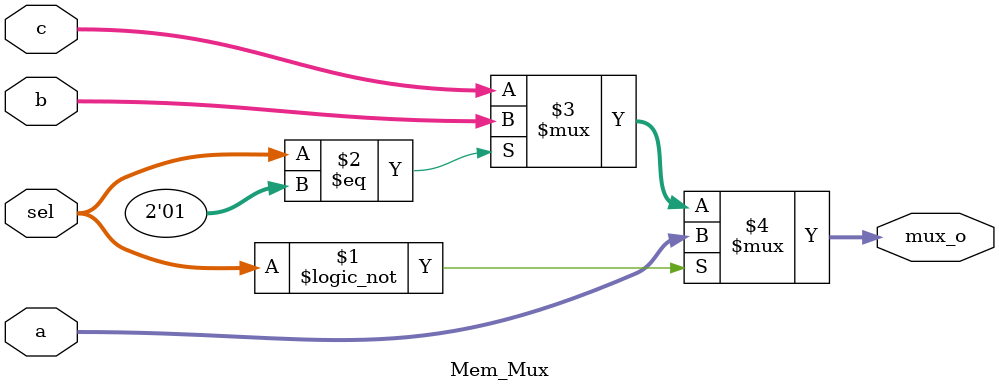
<source format=sv>
module Mem_Mux #(
    parameter DAT_WIDTH = 32   
) (
    input       [1:0]               sel,
    input       [DAT_WIDTH - 1 : 0] a,
    input       [DAT_WIDTH - 1 : 0] b,
    input       [DAT_WIDTH - 1 : 0] c,
    output      [DAT_WIDTH - 1 : 0] mux_o
);

assign mux_o = (sel == 2'b00) ? a : (sel == 2'b01) ? b : c;

endmodule
</source>
